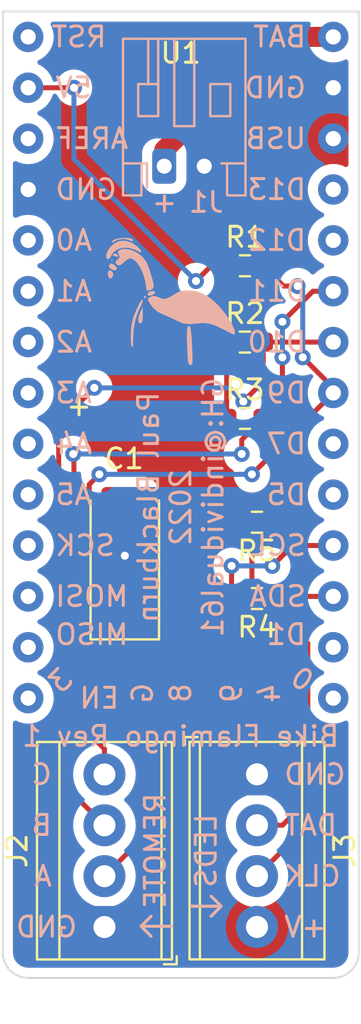
<source format=kicad_pcb>
(kicad_pcb (version 20211014) (generator pcbnew)
  (layers (0 "F.Cu" signal) (31 "B.Cu" signal) (34 "B.Paste" user) (35 "F.Paste" user) (36 "B.SilkS" user "B.Silkscreen") (37 "F.SilkS" user "F.Silkscreen") (38 "B.Mask" user) (39 "F.Mask" user) (44 "Edge.Cuts" user))
  (net 0 "")
  (net 1 "VBUS")
  (net 2 "GND")
  (net 3 "Net-(J1-Pad1)")
  (net 4 "/BUTT_A")
  (net 5 "/BUTT_B")
  (net 6 "/BUTT_C")
  (net 7 "+5V")
  (net 8 "/SDA")
  (net 9 "/SCL")
  (footprint "TerminalBlock_TE-Connectivity:TerminalBlock_TE_282834-4_1x04_P2.54mm_Horizontal" (layer "F.Cu") (at 129.54 121.915 -90)
    (fp_text reference "J3" (at 3.81 -4.37 90) (layer "F.SilkS"))
    (fp_text value "Button Board Terminal")
    (fp_line (start -1.62 3.37) (end 9.241 3.37) (layer "F.SilkS") (width 0.12))
    (fp_line (start -1.86 2.97) (end -1.86 3.61) (layer "F.SilkS") (width 0.12))
    (fp_line (start -1.86 3.61) (end -1.46 3.61) (layer "F.SilkS") (width 0.12))
    (fp_line (start 9.241 -3.37) (end 9.241 3.37) (layer "F.SilkS") (width 0.12))
    (fp_line (start -1.62 -3.37) (end 9.241 -3.37) (layer "F.SilkS") (width 0.12))
    (fp_line (start -1.62 -3.37) (end -1.62 3.37) (layer "F.SilkS") (width 0.12))
    (fp_line (start -1.62 2.85) (end 9.241 2.85) (layer "F.SilkS") (width 0.12))
    (fp_line (start -1.62 -2.25) (end 9.241 -2.25) (layer "F.SilkS") (width 0.12))
    (pad "1" thru_hole rect (at 0 0 270) (size 2.1 2.1) (drill 1.1) (layers *.Cu *.Mask) (net 2 "GND"))
    (pad "2" thru_hole circle (at 2.54 0 270) (size 2.1 2.1) (drill 1.1) (layers *.Cu *.Mask) (net 9 "/SCL"))
    (pad "3" thru_hole circle (at 5.08 0 270) (size 2.1 2.1) (drill 1.1) (layers *.Cu *.Mask) (net 8 "/SDA"))
    (pad "4" thru_hole circle (at 7.62 0 270) (size 2.1 2.1) (drill 1.1) (layers *.Cu *.Mask) (net 1 "VBUS"))
  )
  (footprint "Capacitor_Tantalum_SMD:CP_EIA-6032-28_Kemet-C_Pad2.25x2.35mm_HandSolder" (layer "F.Cu") (at 122.936 111.242 90)
    (fp_text reference "C1" (at 5.09 -0.033 180) (layer "F.SilkS"))
    (fp_text value "100uF")
    (fp_line (start 3 -1.71) (end -3.935 -1.71) (layer "F.SilkS") (width 0.12))
    (fp_line (start -3.935 -1.71) (end -3.935 1.71) (layer "F.SilkS") (width 0.12))
    (fp_line (start -3.935 1.71) (end 3 1.71) (layer "F.SilkS") (width 0.12))
    (pad "1" smd roundrect (at -2.55 0 90) (size 2.25 2.35) (layers "F.Cu" "F.Paste" "F.Mask") (roundrect_rratio 0.1111111111) (net 1 "VBUS"))
    (pad "2" smd roundrect (at 2.55 0 90) (size 2.25 2.35) (layers "F.Cu" "F.Paste" "F.Mask") (roundrect_rratio 0.1111111111) (net 2 "GND"))
  )
  (footprint "Resistor_SMD:R_0603_1608Metric_Pad0.98x0.95mm_HandSolder" (layer "F.Cu") (at 128.938 100.33)
    (fp_text reference "R2" (at 0 -1.43) (layer "F.SilkS"))
    (fp_text value "4.7k")
    (fp_line (start -0.254724 -0.5225) (end 0.254724 -0.5225) (layer "F.SilkS") (width 0.12))
    (fp_line (start -0.254724 0.5225) (end 0.254724 0.5225) (layer "F.SilkS") (width 0.12))
    (pad "1" smd roundrect (at -0.9125 0) (size 0.975 0.95) (layers "F.Cu" "F.Paste" "F.Mask") (net 7 "+5V"))
    (pad "2" smd roundrect (at 0.9125 0) (size 0.975 0.95) (layers "F.Cu" "F.Paste" "F.Mask") (net 5 "/BUTT_B"))
  )
  (footprint "TerminalBlock_TE-Connectivity:TerminalBlock_TE_282834-4_1x04_P2.54mm_Horizontal" (layer "F.Cu") (at 121.92 129.54 90)
    (fp_text reference "J2" (at 3.81 -4.37 90) (layer "F.SilkS"))
    (fp_text value "Button Board Terminal")
    (fp_line (start -1.62 -3.37) (end 9.241 -3.37) (layer "F.SilkS") (width 0.12))
    (fp_line (start -1.62 3.37) (end 9.241 3.37) (layer "F.SilkS") (width 0.12))
    (fp_line (start -1.86 3.61) (end -1.46 3.61) (layer "F.SilkS") (width 0.12))
    (fp_line (start -1.62 -3.37) (end -1.62 3.37) (layer "F.SilkS") (width 0.12))
    (fp_line (start 9.241 -3.37) (end 9.241 3.37) (layer "F.SilkS") (width 0.12))
    (fp_line (start -1.62 2.85) (end 9.241 2.85) (layer "F.SilkS") (width 0.12))
    (fp_line (start -1.86 2.97) (end -1.86 3.61) (layer "F.SilkS") (width 0.12))
    (fp_line (start -1.62 -2.25) (end 9.241 -2.25) (layer "F.SilkS") (width 0.12))
    (pad "1" thru_hole rect (at 0 0 90) (size 2.1 2.1) (drill 1.1) (layers *.Cu *.Mask) (net 2 "GND"))
    (pad "2" thru_hole circle (at 2.54 0 90) (size 2.1 2.1) (drill 1.1) (layers *.Cu *.Mask) (net 4 "/BUTT_A"))
    (pad "3" thru_hole circle (at 5.08 0 90) (size 2.1 2.1) (drill 1.1) (layers *.Cu *.Mask) (net 5 "/BUTT_B"))
    (pad "4" thru_hole circle (at 7.62 0 90) (size 2.1 2.1) (drill 1.1) (layers *.Cu *.Mask) (net 6 "/BUTT_C"))
  )
  (footprint "Resistor_SMD:R_0603_1608Metric_Pad0.98x0.95mm_HandSolder" (layer "F.Cu") (at 128.938 104.14)
    (fp_text reference "R3" (at 0 -1.43) (layer "F.SilkS"))
    (fp_text value "4.7k")
    (fp_line (start -0.254724 0.5225) (end 0.254724 0.5225) (layer "F.SilkS") (width 0.12))
    (fp_line (start -0.254724 -0.5225) (end 0.254724 -0.5225) (layer "F.SilkS") (width 0.12))
    (pad "1" smd roundrect (at -0.9125 0) (size 0.975 0.95) (layers "F.Cu" "F.Paste" "F.Mask") (net 7 "+5V"))
    (pad "2" smd roundrect (at 0.9125 0) (size 0.975 0.95) (layers "F.Cu" "F.Paste" "F.Mask") (net 6 "/BUTT_C"))
  )
  (footprint "MyBoards:Adafruit Itsy Bitsy 5V 16 MHz" (layer "F.Cu") (at 125.73 101.6)
    (fp_text reference "U1" (at 0 -15.7 unlocked) (layer "F.SilkS"))
    (fp_text value "Adafruit_ItsyBitsy_5V_16MHz")
    (fp_text user "USB" (at 6.35 -11.43 unlocked) (layer "B.SilkS") (effects (justify left mirror)))
    (fp_text user "3" (at -5.588 15.24 45 unlocked) (layer "B.SilkS") (effects (justify left mirror)))
    (fp_text user "AREF" (at -6.35 -11.43 unlocked) (layer "B.SilkS") (effects (justify right mirror)))
    (fp_text user "D9" (at 6.35 1.27 unlocked) (layer "B.SilkS") (effects (justify left mirror)))
    (fp_text user "D7" (at 6.35 3.81 unlocked) (layer "B.SilkS") (effects (justify left mirror)))
    (fp_text user "5V" (at -6.35 -13.97 unlocked) (layer "B.SilkS") (effects (justify right mirror)))
    (fp_text user "MISO" (at -6.35 13.335 unlocked) (layer "B.SilkS") (effects (justify right mirror)))
    (fp_text user "GND" (at -6.35 -8.89 unlocked) (layer "B.SilkS") (effects (justify right mirror)))
    (fp_text user "EN" (at -4.064 16.51 unlocked) (layer "B.SilkS") (effects (justify mirror)))
    (fp_text user "A2" (at -6.35 -1.27 unlocked) (layer "B.SilkS") (effects (justify right mirror)))
    (fp_text user "9" (at 2.54 16.256 90 unlocked) (layer "B.SilkS") (effects (justify mirror)))
    (fp_text user "GND" (at 6.35 -13.97 unlocked) (layer "B.SilkS") (effects (justify left mirror)))
    (fp_text user "A1" (at -6.35 -3.81 unlocked) (layer "B.SilkS") (effects (justify right mirror)))
    (fp_text user "SCK" (at -6.35 8.89 unlocked) (layer "B.SilkS") (effects (justify right mirror)))
    (fp_text user "4" (at 4.445 16.256 90 unlocked) (layer "B.SilkS") (effects (justify mirror)))
    (fp_text user "D13" (at 6.35 -8.89 unlocked) (layer "B.SilkS") (effects (justify left mirror)))
    (fp_text user "SDA" (at 6.35 11.43 unlocked) (layer "B.SilkS") (effects (justify left mirror)))
    (fp_text user "D5" (at 6.35 6.35 unlocked) (layer "B.SilkS") (effects (justify left mirror)))
    (fp_text user "D11" (at 6.35 -3.81 unlocked) (layer "B.SilkS") (effects (justify left mirror)))
    (fp_text user "8" (at 0 16.256 90 unlocked) (layer "B.SilkS") (effects (justify mirror)))
    (fp_text user "G" (at -1.905 16.256 90 unlocked) (layer "B.SilkS") (effects (justify mirror)))
    (fp_text user "A4" (at -6.35 3.81 unlocked) (layer "B.SilkS") (effects (justify right mirror)))
    (fp_text user "BAT" (at 6.35 -16.51 unlocked) (layer "B.SilkS") (effects (justify left mirror)))
    (fp_text user "0" (at 5.588 15.24 325 unlocked) (layer "B.SilkS") (effects (justify right mirror)))
    (fp_text user "D1" (at 6.35 13.335 unlocked) (layer "B.SilkS") (effects (justify left mirror)))
    (fp_text user "RST" (at -5.08 -16.51 unlocked) (layer "B.SilkS") (effects (justify mirror)))
    (fp_text user "SCL" (at 6.35 8.89 unlocked) (layer "B.SilkS") (effects (justify left mirror)))
    (fp_text user "D10" (at 6.35 -1.27 unlocked) (layer "B.SilkS") (effects (justify left mirror)))
    (fp_text user "A3" (at -6.35 1.27 unlocked) (layer "B.SilkS") (effects (justify right mirror)))
    (fp_text user "A5" (at -6.35 6.35 unlocked) (layer "B.SilkS") (effects (justify right mirror)))
    (fp_text user "MOSI" (at -6.35 11.43 unlocked) (layer "B.SilkS") (effects (justify right mirror)))
    (fp_text user "D12" (at 6.35 -6.35 unlocked) (layer "B.SilkS") (effects (justify left mirror)))
    (fp_text user "A0" (at -6.35 -6.35 unlocked) (layer "B.SilkS") (effects (justify right mirror)))
    (pad "1" thru_hole circle (at -7.62 -16.51) (size 1.524 1.524) (drill 0.762) (layers *.Cu *.Mask))
    (pad "2" thru_hole circle (at -7.62 -13.97) (size 1.524 1.524) (drill 0.762) (layers *.Cu *.Mask) (net 7 "+5V"))
    (pad "3" thru_hole circle (at -7.62 -11.43) (size 1.524 1.524) (drill 0.762) (layers *.Cu *.Mask))
    (pad "4" thru_hole circle (at -7.62 -8.89) (size 1.524 1.524) (drill 0.762) (layers *.Cu *.Mask) (net 2 "GND"))
    (pad "5" thru_hole circle (at -7.62 -6.35) (size 1.524 1.524) (drill 0.762) (layers *.Cu *.Mask))
    (pad "6" thru_hole circle (at -7.62 -3.81) (size 1.524 1.524) (drill 0.762) (layers *.Cu *.Mask))
    (pad "7" thru_hole circle (at -7.62 -1.27) (size 1.524 1.524) (drill 0.762) (layers *.Cu *.Mask))
    (pad "8" thru_hole circle (at -7.62 1.27) (size 1.524 1.524) (drill 0.762) (layers *.Cu *.Mask))
    (pad "9" thru_hole circle (at -7.62 3.81) (size 1.524 1.524) (drill 0.762) (layers *.Cu *.Mask))
    (pad "10" thru_hole circle (at -7.62 6.35) (size 1.524 1.524) (drill 0.762) (layers *.Cu *.Mask))
    (pad "11" thru_hole circle (at -7.62 8.89) (size 1.524 1.524) (drill 0.762) (layers *.Cu *.Mask))
    (pad "12" thru_hole circle (at -7.62 11.43) (size 1.524 1.524) (drill 0.762) (layers *.Cu *.Mask))
    (pad "13" thru_hole circle (at -7.62 13.97) (size 1.524 1.524) (drill 0.762) (layers *.Cu *.Mask))
    (pad "14" thru_hole circle (at -7.62 16.51) (size 1.524 1.524) (drill 0.762) (layers *.Cu *.Mask))
    (pad "20" thru_hole circle (at 7.62 16.51) (size 1.524 1.524) (drill 0.762) (layers *.Cu *.Mask))
    (pad "21" thru_hole circle (at 7.62 13.97) (size 1.524 1.524) (drill 0.762) (layers *.Cu *.Mask))
    (pad "22" thru_hole circle (at 7.62 11.43) (size 1.524 1.524) (drill 0.762) (layers *.Cu *.Mask) (net 8 "/SDA"))
    (pad "23" thru_hole circle (at 7.62 8.89) (size 1.524 1.524) (drill 0.762) (layers *.Cu *.Mask) (net 9 "/SCL"))
    (pad "24" thru_hole circle (at 7.62 6.35) (size 1.524 1.524) (drill 0.762) (layers *.Cu *.Mask))
    (pad "25" thru_hole circle (at 7.62 3.81) (size 1.524 1.524) (drill 0.762) (layers *.Cu *.Mask))
    (pad "26" thru_hole circle (at 7.62 1.27) (size 1.524 1.524) (drill 0.762) (layers *.Cu *.Mask) (net 4 "/BUTT_A"))
    (pad "27" thru_hole circle (at 7.62 -1.27) (size 1.524 1.524) (drill 0.762) (layers *.Cu *.Mask) (net 5 "/BUTT_B"))
    (pad "28" thru_hole circle (at 7.62 -3.81) (size 1.524 1.524) (drill 0.762) (layers *.Cu *.Mask) (net 6 "/BUTT_C"))
    (pad "29" thru_hole circle (at 7.62 -6.35) (size 1.524 1.524) (drill 0.762) (layers *.Cu *.Mask))
    (pad "30" thru_hole circle (at 7.62 -8.89) (size 1.524 1.524) (drill 0.762) (layers *.Cu *.Mask))
    (pad "31" thru_hole circle (at 7.62 -11.43) (size 1.524 1.524) (drill 0.762) (layers *.Cu *.Mask) (net 1 "VBUS"))
    (pad "32" thru_hole circle (at 7.62 -13.97) (size 1.524 1.524) (drill 0.762) (layers *.Cu *.Mask) (net 2 "GND"))
    (pad "33" thru_hole circle (at 7.62 -16.51) (size 1.524 1.524) (drill 0.762) (layers *.Cu *.Mask) (net 3 "Net-(J1-Pad1)"))
  )
  (footprint "Resistor_SMD:R_0603_1608Metric_Pad0.98x0.95mm_HandSolder" (layer "F.Cu") (at 128.938 96.52)
    (fp_text reference "R1" (at 0 -1.43) (layer "F.SilkS"))
    (fp_text value "4.7k")
    (fp_line (start -0.254724 0.5225) (end 0.254724 0.5225) (layer "F.SilkS") (width 0.12))
    (fp_line (start -0.254724 -0.5225) (end 0.254724 -0.5225) (layer "F.SilkS") (width 0.12))
    (pad "1" smd roundrect (at -0.9125 0) (size 0.975 0.95) (layers "F.Cu" "F.Paste" "F.Mask") (net 7 "+5V"))
    (pad "2" smd roundrect (at 0.9125 0) (size 0.975 0.95) (layers "F.Cu" "F.Paste" "F.Mask") (net 4 "/BUTT_A"))
  )
  (footprint "Resistor_SMD:R_0603_1608Metric_Pad0.98x0.95mm_HandSolder" (layer "F.Cu") (at 129.54 113.136 180)
    (fp_text reference "R4" (at 0 -1.43) (layer "F.SilkS"))
    (fp_text value "330")
    (fp_line (start -0.254724 0.5225) (end 0.254724 0.5225) (layer "F.SilkS") (width 0.12))
    (fp_line (start -0.254724 -0.5225) (end 0.254724 -0.5225) (layer "F.SilkS") (width 0.12))
    (pad "1" smd roundrect (at -0.9125 0 180) (size 0.975 0.95) (layers "F.Cu" "F.Paste" "F.Mask") (net 8 "/SDA"))
    (pad "2" smd roundrect (at 0.9125 0 180) (size 0.975 0.95) (layers "F.Cu" "F.Paste" "F.Mask") (net 9 "/SCL"))
  )
  (footprint "Resistor_SMD:R_0603_1608Metric_Pad0.98x0.95mm_HandSolder" (layer "F.Cu") (at 129.54 109.326 180)
    (fp_text reference "R5" (at 0 -1.43) (layer "F.SilkS"))
    (fp_text value "330")
    (fp_line (start -0.254724 0.5225) (end 0.254724 0.5225) (layer "F.SilkS") (width 0.12))
    (fp_line (start -0.254724 -0.5225) (end 0.254724 -0.5225) (layer "F.SilkS") (width 0.12))
    (pad "1" smd roundrect (at -0.9125 0 180) (size 0.975 0.95) (layers "F.Cu" "F.Paste" "F.Mask") (net 9 "/SCL"))
    (pad "2" smd roundrect (at 0.9125 0 180) (size 0.975 0.95) (layers "F.Cu" "F.Paste" "F.Mask") (net 8 "/SDA"))
  )
  (footprint "Connector_JST:JST_PH_S2B-PH-K_1x02_P2.00mm_Horizontal" (layer "B.Cu") (at 124.906 91.546)
    (fp_text reference "J1" (at 2.094 1.799) (layer "B.SilkS") (effects (justify mirror)))
    (fp_text value "Battery Connector")
    (fp_line (start 3.3 -2.5) (end 3.3 -4.1) (layer "B.SilkS") (width 0.12))
    (fp_line (start -0.86 -0.14) (end -1.14 -0.14) (layer "B.SilkS") (width 0.12))
    (fp_line (start 2.3 -2.5) (end 3.3 -2.5) (layer "B.SilkS") (width 0.12))
    (fp_line (start -0.8 -4.1) (end -0.8 -6.36) (layer "B.SilkS") (width 0.12))
    (fp_line (start -1.3 -4.1) (end -0.3 -4.1) (layer "B.SilkS") (width 0.12))
    (fp_line (start 4.06 -0.14) (end 3.14 -0.14) (layer "B.SilkS") (width 0.12))
    (fp_line (start -0.3 -4.1) (end -0.3 -6.36) (layer "B.SilkS") (width 0.12))
    (fp_line (start -1.14 1.46) (end -2.06 1.46) (layer "B.SilkS") (width 0.12))
    (fp_line (start 0.5 -6.36) (end 0.5 -2) (layer "B.SilkS") (width 0.12))
    (fp_line (start 1.5 -2) (end 1.5 -6.36) (layer "B.SilkS") (width 0.12))
    (fp_line (start 2.3 -4.1) (end 2.3 -2.5) (layer "B.SilkS") (width 0.12))
    (fp_line (start 4.06 -6.36) (end 4.06 1.46) (layer "B.SilkS") (width 0.12))
    (fp_line (start -2.06 -0.14) (end -1.14 -0.14) (layer "B.SilkS") (width 0.12))
    (fp_line (start -1.14 -0.14) (end -1.14 1.46) (layer "B.SilkS") (width 0.12))
    (fp_line (start -0.86 -0.14) (end -0.86 1.075) (layer "B.SilkS") (width 0.12))
    (fp_line (start 3.14 -0.14) (end 2.86 -0.14) (layer "B.SilkS") (width 0.12))
    (fp_line (start 4.06 1.46) (end 3.14 1.46) (layer "B.SilkS") (width 0.12))
    (fp_line (start 3.14 1.46) (end 3.14 -0.14) (layer "B.SilkS") (width 0.12))
    (fp_line (start -2.06 1.46) (end -2.06 -6.36) (layer "B.SilkS") (width 0.12))
    (fp_line (start -2.06 -6.36) (end 4.06 -6.36) (layer "B.SilkS") (width 0.12))
    (fp_line (start 3.3 -4.1) (end 2.3 -4.1) (layer "B.SilkS") (width 0.12))
    (fp_line (start -1.3 -2.5) (end -1.3 -4.1) (layer "B.SilkS") (width 0.12))
    (fp_line (start -0.3 -2.5) (end -1.3 -2.5) (layer "B.SilkS") (width 0.12))
    (fp_line (start 0.5 -2) (end 1.5 -2) (layer "B.SilkS") (width 0.12))
    (fp_line (start -0.3 -4.1) (end -0.3 -2.5) (layer "B.SilkS") (width 0.12))
    (pad "1" thru_hole roundrect (at 0 0) (size 1.2 1.75) (drill 0.75) (layers *.Cu *.Mask) (roundrect_rratio 0.2083333333) (net 3 "Net-(J1-Pad1)"))
    (pad "2" thru_hole oval (at 2 0) (size 1.2 1.75) (drill 0.75) (layers *.Cu *.Mask) (net 2 "GND"))
  )
  (footprint "MyFlamingoLogo:flamingo_logo_8-8_6-7" (layer "B.Cu") (at 124.864947 98.142974 180)
    (fp_text reference "G***" hide)
    (fp_text value "LOGO" hide)
    (fp_poly (pts (xy -1.216605 -1.420367) (xy -1.187211 -1.540498) (xy -1.17437 -1.755221) (xy -1.176753 -2.073721) (xy -1.188625 -2.407055) (xy -1.204756 -2.758601) (xy -1.219814 -3.007051) (xy -1.23691 -3.170189) (xy -1.259154 -3.265801) (xy -1.289656 -3.31167) (xy -1.331526 -3.325581) (xy -1.34936 -3.32619) (xy -1.395319 -3.321326) (xy -1.426796 -3.294829) (xy -1.445367 -3.228846) (xy -1.452608 -3.105521) (xy -1.450095 -2.907) (xy -1.439405 -2.615429) (xy -1.43052 -2.40684) (xy -1.41287 -2.082965) (xy -1.390656 -1.800906) (xy -1.366188 -1.583274) (xy -1.341779 -1.452677) (xy -1.330364 -1.427126) (xy -1.263879 -1.385639) (xy -1.216605 -1.420367)) (layer "B.SilkS") (width 0.01) (fill solid))
    (fp_poly (pts (xy -1.01986 0.38375) (xy -0.837292 0.34526) (xy -0.658987 0.261944) (xy -0.559249 0.202269) (xy -0.316384 0.059627) (xy -0.140215 -0.01719) (xy -0.000879 -0.035197) (xy 0.13149 -0.001407) (xy 0.191154 0.026025) (xy 0.405142 0.107591) (xy 0.571174 0.103375) (xy 0.694096 0.038726) (xy 0.762038 -0.020527) (xy 0.769584 -0.0835) (xy 0.714585 -0.191734) (xy 0.679191 -0.249567) (xy 0.50974 -0.479523) (xy 0.30827 -0.652062) (xy 0.037625 -0.796125) (xy -0.090714 -0.849277) (xy -0.319563 -0.945314) (xy -0.533705 -1.045214) (xy -0.651203 -1.107325) (xy -0.951932 -1.239713) (xy -1.275114 -1.288112) (xy -1.656947 -1.25776) (xy -1.672814 -1.255171) (xy -1.984264 -1.229656) (xy -2.289984 -1.265071) (xy -2.618419 -1.368393) (xy -2.998017 -1.5466) (xy -3.112727 -1.608326) (xy -3.303453 -1.710238) (xy -3.45142 -1.783882) (xy -3.526239 -1.814176) (xy -3.52776 -1.814286) (xy -3.559169 -1.762864) (xy -3.568095 -1.67695) (xy -3.529649 -1.520621) (xy -3.425193 -1.300804) (xy -3.271053 -1.042613) (xy -3.083553 -0.771162) (xy -2.879018 -0.511568) (xy -2.673773 -0.288944) (xy -2.652575 -0.268478) (xy -2.30749 0.029363) (xy -1.9904 0.230666) (xy -1.676025 0.347479) (xy -1.339088 0.391852) (xy -1.26466 0.393095) (xy -1.01986 0.38375)) (layer "B.SilkS") (width 0.01) (fill solid))
    (fp_poly (pts (xy 2.02535 2.453389) (xy 2.203869 2.40162) (xy 2.272809 2.325005) (xy 2.243167 2.208209) (xy 2.224549 2.175664) (xy 2.182231 2.074721) (xy 2.220524 1.993471) (xy 2.290098 1.930958) (xy 2.383588 1.836016) (xy 2.384606 1.761024) (xy 2.358288 1.72323) (xy 2.2588 1.645127) (xy 2.149062 1.659866) (xy 2.006471 1.772687) (xy 1.965477 1.814286) (xy 1.823977 1.929966) (xy 1.688073 1.99225) (xy 1.658957 1.995714) (xy 1.48741 1.938792) (xy 1.315887 1.781118) (xy 1.156041 1.542333) (xy 1.019529 1.242076) (xy 0.918004 0.89999) (xy 0.878395 0.680357) (xy 0.848947 0.489491) (xy 0.813032 0.396877) (xy 0.748663 0.380817) (xy 0.633854 0.419611) (xy 0.619881 0.425218) (xy 0.514411 0.507938) (xy 0.48381 0.58891) (xy 0.504432 0.741105) (xy 0.558579 0.967545) (xy 0.634672 1.23025) (xy 0.721128 1.491237) (xy 0.80637 1.712524) (xy 0.861518 1.82778) (xy 1.054282 2.075524) (xy 1.312124 2.276011) (xy 1.601921 2.411434) (xy 1.890548 2.463989) (xy 2.02535 2.453389)) (layer "B.SilkS") (width 0.01) (fill solid))
    (fp_poly (pts (xy 0.965158 0.077052) (xy 0.967619 0.060476) (xy 0.946986 0.001572) (xy 0.94095 0) (xy 0.889318 0.042378) (xy 0.876905 0.060476) (xy 0.8817 0.116204) (xy 0.903574 0.120952) (xy 0.965158 0.077052)) (layer "B.SilkS") (width 0.01) (fill solid))
    (fp_poly (pts (xy 2.635391 1.730145) (xy 2.712991 1.652684) (xy 2.699667 1.545176) (xy 2.604452 1.453556) (xy 2.443597 1.394741) (xy 2.344817 1.42889) (xy 2.329697 1.449223) (xy 2.339482 1.531161) (xy 2.418392 1.629972) (xy 2.526917 1.70935) (xy 2.625548 1.732986) (xy 2.635391 1.730145)) (layer "B.SilkS") (width 0.01) (fill solid))
    (fp_poly (pts (xy 2.194589 2.85486) (xy 2.262315 2.834468) (xy 2.485324 2.709211) (xy 2.680231 2.51717) (xy 2.814295 2.296273) (xy 2.853988 2.149054) (xy 2.839297 2.000062) (xy 2.774122 1.946697) (xy 2.687686 1.993612) (xy 2.62078 2.11192) (xy 2.48295 2.318759) (xy 2.266748 2.459463) (xy 1.998632 2.528229) (xy 1.705062 2.519255) (xy 1.412496 2.426738) (xy 1.345596 2.391587) (xy 1.178827 2.310622) (xy 1.102434 2.305747) (xy 1.117753 2.371191) (xy 1.226116 2.501183) (xy 1.302806 2.576577) (xy 1.58711 2.777748) (xy 1.890942 2.872276) (xy 2.194589 2.85486)) (layer "B.SilkS") (width 0.01) (fill solid))
    (fp_poly (pts (xy 1.153736 -0.695476) (xy 1.2298 -0.907363) (xy 1.251137 -1.09194) (xy 1.216761 -1.218411) (xy 1.171618 -1.252773) (xy 1.095713 -1.225032) (xy 1.065785 -1.176895) (xy 1.044838 -1.061584) (xy 1.033564 -0.87754) (xy 1.032991 -0.766125) (xy 1.037886 -0.453571) (xy 1.153736 -0.695476)) (layer "B.SilkS") (width 0.01) (fill solid))
    (fp_poly (pts (xy 2.135455 2.999515) (xy 2.34657 2.961419) (xy 2.495882 2.905786) (xy 2.523476 2.884824) (xy 2.580743 2.806662) (xy 2.552396 2.78738) (xy 2.459374 2.828618) (xy 2.39237 2.874542) (xy 2.232913 2.93883) (xy 2.016804 2.961019) (xy 1.801467 2.93921) (xy 1.684178 2.897957) (xy 1.572717 2.862898) (xy 1.515633 2.884013) (xy 1.540968 2.943144) (xy 1.574133 2.969216) (xy 1.704953 3.00735) (xy 1.906822 3.016138) (xy 2.135455 2.999515)) (layer "B.SilkS") (width 0.01) (fill solid))
    (fp_poly (pts (xy 1.11547 -0.12071) (xy 1.192631 -0.254342) (xy 1.290431 -0.454313) (xy 1.36068 -0.612437) (xy 1.478191 -0.901287) (xy 1.552262 -1.132814) (xy 1.594712 -1.357288) (xy 1.617356 -1.624979) (xy 1.622222 -1.725068) (xy 1.62714 -2.021326) (xy 1.614723 -2.249862) (xy 1.586467 -2.386251) (xy 1.581129 -2.396954) (xy 1.547541 -2.430361) (xy 1.526858 -2.380625) (xy 1.516434 -2.2341) (xy 1.513744 -2.049326) (xy 1.486004 -1.527577) (xy 1.401696 -1.07513) (xy 1.252352 -0.65031) (xy 1.210879 -0.558447) (xy 1.107469 -0.334833) (xy 1.049581 -0.197397) (xy 1.03057 -0.123191) (xy 1.043795 -0.089268) (xy 1.071307 -0.076311) (xy 1.11547 -0.12071)) (layer "B.SilkS") (width 0.01) (fill solid))
    (fp_poly (pts (xy 2.740544 1.36826) (xy 2.773002 1.244207) (xy 2.770618 1.199062) (xy 2.729415 1.041418) (xy 2.657754 0.984852) (xy 2.572681 1.037513) (xy 2.539898 1.088762) (xy 2.502098 1.21649) (xy 2.543209 1.304104) (xy 2.656766 1.391542) (xy 2.740544 1.36826)) (layer "B.SilkS") (width 0.01) (fill solid))
    (fp_poly (pts (xy 0.672277 0.332276) (xy 0.771948 0.25483) (xy 0.786191 0.205196) (xy 0.760439 0.133956) (xy 0.740834 0.129188) (xy 0.650338 0.146219) (xy 0.559405 0.163632) (xy 0.460875 0.215016) (xy 0.423545 0.292247) (xy 0.458236 0.352478) (xy 0.509102 0.362857) (xy 0.672277 0.332276)) (layer "B.SilkS") (width 0.01) (fill solid))
    (fp_poly (pts (xy 2.45722 2.224683) (xy 2.509762 2.177143) (xy 2.507788 2.121292) (xy 2.48804 2.116667) (xy 2.38315 2.096577) (xy 2.332594 2.079695) (xy 2.264554 2.075343) (xy 2.273642 2.140171) (xy 2.352929 2.224797) (xy 2.45722 2.224683)) (layer "B.SilkS") (width 0.01) (fill solid))
    (fp_poly (pts (xy 2.600477 1.905) (xy 2.570239 1.874762) (xy 2.54 1.905) (xy 2.570239 1.935238) (xy 2.600477 1.905)) (layer "B.SilkS") (width 0.01) (fill solid))
  )
  (gr_line (start 124.25 130) (end 123.75 129.5) (layer "B.SilkS") (width 0.15))
  (gr_line (start 124.25 129) (end 123.75 129.5) (layer "B.SilkS") (width 0.15))
  (gr_line (start 126.25 128.5) (end 127.75 128.5) (layer "B.SilkS") (width 0.15))
  (gr_line (start 127.25 129) (end 127.75 128.5) (layer "B.SilkS") (width 0.15))
  (gr_line (start 127.75 128.5) (end 126.25 128.5) (layer "B.SilkS") (width 0.15))
  (gr_line (start 127.25 128) (end 127.75 128.5) (layer "B.SilkS") (width 0.15))
  (gr_line (start 123.75 129.5) (end 125.25 129.5) (layer "B.SilkS") (width 0.15))
  (gr_line (start 125.25 129.5) (end 123.75 129.5) (layer "B.SilkS") (width 0.15))
  (gr_line (start 134.62 83.82) (end 134.62 130.81) (layer "Edge.Cuts") (width 0.1))
  (gr_arc (start 134.62 130.81) (mid 134.248026 131.708026) (end 133.35 132.08) (layer "Edge.Cuts") (width 0.1))
  (gr_line (start 118.11 132.08) (end 133.35 132.08) (layer "Edge.Cuts") (width 0.1))
  (gr_arc (start 118.11 132.08) (mid 117.211974 131.708026) (end 116.84 130.81) (layer "Edge.Cuts") (width 0.1))
  (gr_line (start 116.84 130.81) (end 116.84 83.82) (layer "Edge.Cuts") (width 0.1))
  (gr_line (start 116.84 83.82) (end 134.62 83.82) (layer "Edge.Cuts") (width 0.1))
  (gr_text "+V" (at 130.81 129.54) (layer "B.SilkS") (effects (font (size 1 1)) (justify right mirror)))
  (gr_text "LEDS" (at 127 125.73 90) (layer "B.SilkS") (effects (font (size 1 1)) (justify mirror)))
  (gr_text "GND" (at 130.81 121.92) (layer "B.SilkS") (effects (font (size 1 1)) (justify right mirror)))
  (gr_text "CLK" (at 130.81 127) (layer "B.SilkS") (effects (font (size 1 1)) (justify right mirror)))
  (gr_text "DAT" (at 130.81 124.46) (layer "B.SilkS") (effects (font (size 1 1)) (justify right mirror)))
  (gr_text "Paul Blackburn\n2022\nGH:@individual61" (at 125.73 108.585 90) (layer "B.SilkS") (effects (font (size 1 1)) (justify mirror)))
  (gr_text "C" (at 119.38 121.92) (layer "B.SilkS") (effects (font (size 1 1)) (justify left mirror)))
  (gr_text "GND" (at 120.65 129.54) (layer "B.SilkS") (effects (font (size 1 1)) (justify left mirror)))
  (gr_text "+" (at 124.9172 93.345) (layer "B.SilkS") (effects (font (size 1 1)) (justify mirror)))
  (gr_text "B" (at 119.38 124.46) (layer "B.SilkS") (effects (font (size 1 1)) (justify left mirror)))
  (gr_text "A" (at 119.38 127) (layer "B.SilkS") (effects (font (size 1 1)) (justify left mirror)))
  (gr_text "REMOTE" (at 124.46 125.73 90) (layer "B.SilkS") (effects (font (size 1 1)) (justify mirror)))
  (gr_text "Bike Flamingo Rev 1" (at 125.73 120.015) (layer "B.SilkS") (effects (font (size 1 1)) (justify mirror)))
  (gr_text "+" (at 120.65 103.505) (layer "F.SilkS") (effects (font (size 1 1))))
  (segment (start 122.936 108.692) (end 122.936 110.998) (width 0.25) (layer "F.Cu") (net 2))
  (via (at 122.936 110.998) (size 0.8) (drill 0.4) (layers "F.Cu" "B.Cu") (net 2))
  (segment (start 130.556 85.09) (end 133.35 85.09) (width 1) (layer "F.Cu") (net 3))
  (segment (start 124.906 91.546) (end 124.906 90.74) (width 1) (layer "F.Cu") (net 3))
  (segment (start 124.906 90.74) (end 130.556 85.09) (width 1) (layer "F.Cu") (net 3))
  (segment (start 121.158 118.11) (end 124.46 121.412) (width 0.25) (layer "F.Cu") (net 4))
  (segment (start 131.567701 97.531701) (end 130.862201 97.531701) (width 0.25) (layer "F.Cu") (net 4))
  (segment (start 124.46 124.46) (end 121.92 127) (width 0.25) (layer "F.Cu") (net 4))
  (segment (start 121.158 107.442) (end 121.158 118.11) (width 0.25) (layer "F.Cu") (net 4))
  (segment (start 121.158 107.442) (end 121.666 106.934) (width 0.25) (layer "F.Cu") (net 4))
  (segment (start 133.35 102.87) (end 133.35 102.616) (width 0.25) (layer "F.Cu") (net 4))
  (segment (start 133.35 102.616) (end 131.826 101.092) (width 0.25) (layer "F.Cu") (net 4))
  (segment (start 130.862201 97.531701) (end 129.8505 96.52) (width 0.25) (layer "F.Cu") (net 4))
  (segment (start 129.286 106.934) (end 133.35 102.87) (width 0.25) (layer "F.Cu") (net 4))
  (segment (start 124.46 121.412) (end 124.46 124.46) (width 0.25) (layer "F.Cu") (net 4))
  (via (at 131.567701 97.531701) (size 0.8) (drill 0.4) (layers "F.Cu" "B.Cu") (net 4))
  (via (at 129.286 106.934) (size 0.8) (drill 0.4) (layers "F.Cu" "B.Cu") (net 4))
  (via (at 131.826 101.092) (size 0.8) (drill 0.4) (layers "F.Cu" "B.Cu") (net 4))
  (via (at 121.666 106.934) (size 0.8) (drill 0.4) (layers "F.Cu" "B.Cu") (net 4))
  (segment (start 131.826 101.092) (end 131.826 97.79) (width 0.25) (layer "B.Cu") (net 4))
  (segment (start 129.286 106.934) (end 121.666 106.934) (width 0.25) (layer "B.Cu") (net 4))
  (segment (start 131.826 97.79) (end 131.567701 97.531701) (width 0.25) (layer "B.Cu") (net 4))
  (segment (start 121.412 102.616) (end 119.634 104.394) (width 0.25) (layer "F.Cu") (net 5))
  (segment (start 129.8505 102.302149) (end 129.8505 100.33) (width 0.25) (layer "F.Cu") (net 5))
  (segment (start 119.634 122.174) (end 121.92 124.46) (width 0.25) (layer "F.Cu") (net 5))
  (segment (start 133.35 100.33) (end 129.8505 100.33) (width 0.25) (layer "F.Cu") (net 5))
  (segment (start 128.854538 103.298111) (end 129.8505 102.302149) (width 0.25) (layer "F.Cu") (net 5))
  (segment (start 119.634 104.394) (end 119.634 122.174) (width 0.25) (layer "F.Cu") (net 5))
  (via (at 121.412 102.616) (size 0.8) (drill 0.4) (layers "F.Cu" "B.Cu") (net 5))
  (via (at 128.854538 103.298111) (size 0.8) (drill 0.4) (layers "F.Cu" "B.Cu") (net 5))
  (segment (start 128.854538 103.298111) (end 128.172427 102.616) (width 0.25) (layer "B.Cu") (net 5))
  (segment (start 128.172427 102.616) (end 121.412 102.616) (width 0.25) (layer "B.Cu") (net 5))
  (segment (start 128.778 105.918) (end 128.778 105.2125) (width 0.25) (layer "F.Cu") (net 6))
  (segment (start 130.81 101.092) (end 130.81 103.1805) (width 0.25) (layer "F.Cu") (net 6))
  (segment (start 120.396 119.126) (end 121.92 120.65) (width 0.25) (layer "F.Cu") (net 6))
  (segment (start 130.81 103.1805) (end 129.8505 104.14) (width 0.25) (layer "F.Cu") (net 6))
  (segment (start 130.81 99.314) (end 132.334 97.79) (width 0.25) (layer "F.Cu") (net 6))
  (segment (start 120.3585 105.918) (end 120.396 105.9555) (width 0.25) (layer "F.Cu") (net 6))
  (segment (start 121.92 120.65) (end 121.92 121.92) (width 0.25) (layer "F.Cu") (net 6))
  (segment (start 128.778 105.2125) (end 129.8505 104.14) (width 0.25) (layer "F.Cu") (net 6))
  (segment (start 120.396 105.9555) (end 120.396 119.126) (width 0.25) (layer "F.Cu") (net 6))
  (segment (start 132.334 97.79) (end 133.35 97.79) (width 0.25) (layer "F.Cu") (net 6))
  (via (at 120.3585 105.918) (size 0.8) (drill 0.4) (layers "F.Cu" "B.Cu") (net 6))
  (via (at 130.81 99.314) (size 0.8) (drill 0.4) (layers "F.Cu" "B.Cu") (net 6))
  (via (at 128.778 105.918) (size 0.8) (drill 0.4) (layers "F.Cu" "B.Cu") (net 6))
  (via (at 130.81 101.092) (size 0.8) (drill 0.4) (layers "F.Cu" "B.Cu") (net 6))
  (segment (start 130.81 99.314) (end 130.81 101.092) (width 0.25) (layer "B.Cu") (net 6))
  (segment (start 128.778 105.918) (end 120.3585 105.918) (width 0.25) (layer "B.Cu") (net 6))
  (segment (start 126.492 97.282) (end 127.254 96.52) (width 0.25) (layer "F.Cu") (net 7))
  (segment (start 120.396 87.63) (end 118.11 87.63) (width 0.25) (layer "F.Cu") (net 7))
  (segment (start 128.0255 96.52) (end 128.0255 100.33) (width 0.25) (layer "F.Cu") (net 7))
  (segment (start 127.254 96.52) (end 128.0255 96.52) (width 0.25) (layer "F.Cu") (net 7))
  (segment (start 128.0255 100.33) (end 128.0255 104.14) (width 0.25) (layer "F.Cu") (net 7))
  (via (at 126.492 97.282) (size 0.8) (drill 0.4) (layers "F.Cu" "B.Cu") (net 7))
  (via (at 120.396 87.63) (size 0.8) (drill 0.4) (layers "F.Cu" "B.Cu") (net 7))
  (segment (start 126.492 97.282) (end 120.396 91.186) (width 0.25) (layer "B.Cu") (net 7))
  (segment (start 120.396 91.186) (end 120.396 87.63) (width 0.25) (layer "B.Cu") (net 7))
  (segment (start 131.313 125.222) (end 129.54 126.995) (width 0.25) (layer "F.Cu") (net 8))
  (segment (start 130.5585 113.03) (end 130.4525 113.136) (width 0.25) (layer "F.Cu") (net 8))
  (segment (start 129.286 112.268) (end 129.5845 112.268) (width 0.25) (layer "F.Cu") (net 8))
  (segment (start 128.6275 109.326) (end 129.286 109.9845) (width 0.25) (layer "F.Cu") (net 8))
  (segment (start 132.08 115.3655) (end 132.08 125.222) (width 0.25) (layer "F.Cu") (net 8))
  (segment (start 129.286 109.9845) (end 129.286 112.268) (width 0.25) (layer "F.Cu") (net 8))
  (segment (start 132.08 125.222) (end 131.313 125.222) (width 0.25) (layer "F.Cu") (net 8))
  (segment (start 129.5845 112.268) (end 130.4525 113.136) (width 0.25) (layer "F.Cu") (net 8))
  (segment (start 133.35 113.03) (end 130.5585 113.03) (width 0.25) (layer "F.Cu") (net 8))
  (segment (start 130.4525 113.738) (end 132.08 115.3655) (width 0.25) (layer "F.Cu") (net 8))
  (segment (start 130.4525 113.136) (end 130.4525 113.738) (width 0.25) (layer "F.Cu") (net 8))
  (segment (start 128.6275 113.8955) (end 128.6275 113.136) (width 0.25) (layer "F.Cu") (net 9))
  (segment (start 133.35 110.49) (end 131.0145 110.49) (width 0.25) (layer "F.Cu") (net 9))
  (segment (start 130.4525 109.928) (end 130.4525 109.326) (width 0.25) (layer "F.Cu") (net 9))
  (segment (start 129.54 124.455) (end 130.815 124.455) (width 0.25) (layer "F.Cu") (net 9))
  (segment (start 128.6275 113.136) (end 128.5145 113.136) (width 0.25) (layer "F.Cu") (net 9))
  (segment (start 128.27 111.506) (end 128.27 112.7785) (width 0.25) (layer "F.Cu") (net 9))
  (segment (start 131.0145 110.49) (end 130.4525 109.928) (width 0.25) (layer "F.Cu") (net 9))
  (segment (start 131.318 116.586) (end 128.6275 113.8955) (width 0.25) (layer "F.Cu") (net 9))
  (segment (start 128.5145 113.136) (end 128.27 112.8915) (width 0.25) (layer "F.Cu") (net 9))
  (segment (start 130.815 124.455) (end 131.318 123.952) (width 0.25) (layer "F.Cu") (net 9))
  (segment (start 128.27 112.7785) (end 128.6275 113.136) (width 0.25) (layer "F.Cu") (net 9))
  (segment (start 131.0145 110.49) (end 131.0145 110.7935) (width 0.25) (layer "F.Cu") (net 9))
  (segment (start 131.0145 110.7935) (end 130.302 111.506) (width 0.25) (layer "F.Cu") (net 9))
  (segment (start 131.318 123.952) (end 131.318 116.586) (width 0.25) (layer "F.Cu") (net 9))
  (via (at 128.27 111.506) (size 0.8) (drill 0.4) (layers "F.Cu" "B.Cu") (net 9))
  (via (at 130.302 111.506) (size 0.8) (drill 0.4) (layers "F.Cu" "B.Cu") (net 9))
  (segment (start 130.302 111.506) (end 128.27 111.506) (width 0.25) (layer "B.Cu") (net 9))
  (zone (net 1) (net_name "VBUS") (layer "F.Cu") (connect_pads yes (clearance 0.508)) (min_thickness 0.254) (fill yes (thermal_gap 0.508) (thermal_bridge_width 0.508))
    (polygon (pts (xy 134.62 132.08) (xy 116.84 132.08) (xy 116.84 83.82) (xy 134.62 83.82)))
  )
  (zone (net 2) (net_name "GND") (layer "B.Cu") (connect_pads yes (clearance 0.508)) (min_thickness 0.254) (fill yes (thermal_gap 0.508) (thermal_bridge_width 0.508))
    (polygon (pts (xy 134.62 132.08) (xy 116.84 132.08) (xy 116.84 83.82) (xy 134.62 83.82)))
  )
)
</source>
